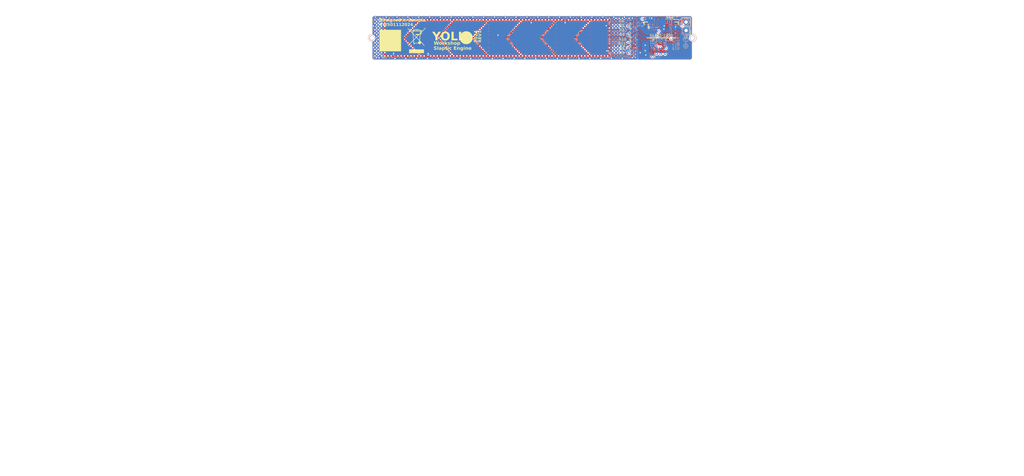
<source format=kicad_pcb>
(kicad_pcb (version 20240108) (generator "pcbnew") (generator_version "8.0")
  (title_block (title "Slaptic System") (date "2024-10-31") (rev "1") (company "Yolk Workshop"))
  (layers (0 "F.Cu" signal "TOP-SIG") (1 "In1.Cu" signal) (2 "In2.Cu" signal) (31 "B.Cu" signal "BOTTOM-SIG") (34 "B.Paste" user) (35 "F.Paste" user) (36 "B.SilkS" user "B.Silkscreen") (37 "F.SilkS" user "F.Silkscreen") (38 "B.Mask" user) (39 "F.Mask" user) (44 "Edge.Cuts" user))
  (net 0 "")
  (net 1 "GND")
  (net 2 "+3.3V")
  (net 3 "/OUT_ILIM+")
  (net 4 "/H_PWM")
  (net 5 "/REFOUT")
  (net 6 "/I2C0_SDA")
  (net 7 "/HAPTIC_EN")
  (net 8 "/HAPTIC_PWM")
  (net 9 "/I2C0_SCL")
  (net 10 "/TOUCH_INT")
  (net 11 "/CS5")
  (net 12 "/CS0")
  (net 13 "/CS1")
  (net 14 "/CS2")
  (net 15 "/CS3")
  (net 16 "/CS4")
  (net 17 "/H_EN")
  (net 18 "/OUT+")
  (net 19 "SHIELD")
  (net 20 "/OUT-")
  (net 21 "/IT_1")
  (net 22 "/IT_2")
  (footprint "picostroke:512811298" (layer "F.Cu") (at 195.915512 83.761302)
    (property "Reference" "J1")
    (property "Value" "51281-1298")
  )
  (footprint "Resistor_SMD:R_0402_1005Metric" (layer "F.Cu") (at 188.569045 87.123452 180)
    (property "Reference" "R11")
    (property "Value" "100k")
  )
  (footprint "Resistor_SMD:R_0402_1005Metric" (layer "F.Cu") (at 199.705512 80.986302)
    (property "Reference" "R14")
    (property "Value" "10k")
  )
  (footprint "Resistor_SMD:R_0402_1005Metric" (layer "F.Cu") (at 188.569045 83.939168 180)
    (property "Reference" "R8")
    (property "Value" "50k")
  )
  (footprint "MountingHole:MountingHole_2.1mm" (layer "F.Cu") (at 203.315493 85.726312)
    (property "Reference" "H2" (hide yes))
    (property "Value" "MountingHole")
  )
  (footprint "Resistor_SMD:R_0402_1005Metric" (layer "F.Cu") (at 188.569045 85.000596 180)
    (property "Reference" "R9")
    (property "Value" "50k")
  )
  (footprint "Resistor_SMD:R_0402_1005Metric" (layer "F.Cu") (at 188.569045 82.87774 180)
    (property "Reference" "R7")
    (property "Value" "50k")
  )
  (footprint "MountingHole:MountingHole_2.1mm" (layer "F.Cu") (at 127.309046 85.72101)
    (property "Reference" "H2" (hide yes))
    (property "Value" "MountingHole")
  )
  (footprint "Resistor_SMD:R_0402_1005Metric" (layer "F.Cu") (at 188.569045 89.246312 180)
    (property "Reference" "R5")
    (property "Value" "5k")
  )
  (footprint "Resistor_SMD:R_0402_1005Metric" (layer "F.Cu") (at 188.569045 88.18488)
    (property "Reference" "R4")
    (property "Value" "5k")
  )
  (footprint "Symbol:WEEE-Logo_4.2x6mm_SilkScreen" (layer "F.Cu") (at 137.895512 86.286302)
    (property "Reference" "REF**" (hide yes))
    (property "Value" "WEEE-Logo_4.2x6mm_SilkScreen")
  )
  (footprint "Resistor_SMD:R_0402_1005Metric" (layer "F.Cu") (at 188.569045 86.062024 180)
    (property "Reference" "R10")
    (property "Value" "50k")
  )
  (footprint "Resistor_SMD:R_0402_1005Metric" (layer "F.Cu") (at 188.569045 81.816312 180)
    (property "Reference" "R6")
    (property "Value" "100k")
  )
  (footprint "Connector_PinHeader_2.00mm:PinHeader_1x02_P2.00mm_Vertical" (layer "F.Cu") (at 201.825512 83.936302 180)
    (property "Reference" "J2")
    (property "Value" "OUT")
  )
  (footprint "picostroke:SON50P300X300X90-11N-D" (layer "B.Cu") (at 192.155512 87.811302 180)
    (property "Reference" "U1")
    (property "Value" "CAP1296-1-AIA-TR" (hide yes))
  )
  (footprint "Capacitor_SMD:C_0402_1005Metric" (layer "B.Cu") (at 193.455512 82.511302 90)
    (property "Reference" "C3")
    (property "Value" "100n")
  )
  (footprint "Capacitor_SMD:C_0402_1005Metric" (layer "B.Cu") (at 198.830512 82.616302 -90)
    (property "Reference" "C5")
    (property "Value" "10n")
  )
  (footprint "Resistor_SMD:R_0402_1005Metric" (layer "B.Cu") (at 194.805512 88.611302 -90)
    (property "Reference" "R2")
    (property "Value" "4k7")
  )
  (footprint "Resistor_SMD:R_0402_1005Metric" (layer "B.Cu") (at 199.305512 84.061302)
    (property "Reference" "R17")
    (property "Value" "50k")
  )
  (footprint "Resistor_SMD:R_0402_1005Metric" (layer "B.Cu") (at 199.830512 82.636302 -90)
    (property "Reference" "R16")
    (property "Value" "47k")
  )
  (footprint "Resistor_SMD:R_0402_1005Metric" (layer "B.Cu") (at 196.830512 88.611302 -90)
    (property "Reference" "R1")
    (property "Value" "4k7")
  )
  (footprint "Resistor_SMD:R_0402_1005Metric" (layer "B.Cu") (at 199.330512 85.061302 180)
    (property "Reference" "R18")
    (property "Value" "0R")
  )
  (footprint "Resistor_SMD:R_0402_1005Metric" (layer "B.Cu") (at 195.455512 85.086302)
    (property "Reference" "R15")
    (property "Value" "50k")
  )
  (footprint "Capacitor_SMD:C_0402_1005Metric" (layer "B.Cu") (at 197.380512 85.061302)
    (property "Reference" "C4")
    (property "Value" "10n")
  )
  (footprint "picostroke:SON65P300X300X100-9N-D" (layer "B.Cu") (at 196.155512 82.561302 180)
    (property "Reference" "U2")
    (property "Value" "DRV8601DRBR" (hide yes))
  )
  (footprint "Resistor_SMD:R_0402_1005Metric" (layer "B.Cu") (at 195.805512 88.611302 -90)
    (property "Reference" "R3")
    (property "Value" "4k7")
  )
  (footprint "Capacitor_SMD:C_0402_1005Metric" (layer "B.Cu") (at 193.355512 89.761302 180)
    (property "Reference" "C1")
    (property "Value" "100n")
  )
  (footprint "picostroke:Capacitive_slider_8x70" (layer "B.Cu") (at 143.079046 92.078951 180)
    (property "Reference" "X1")
    (property "Value" "~")
  )
  (footprint "Capacitor_SMD:C_0402_1005Metric" (layer "B.Cu") (at 192.480513 82.511302 90)
    (property "Reference" "C2")
    (property "Value" "4u7")
  )
  (gr_arc (start 200.845512 81.526302) (mid 200.991954 81.172738) (end 201.345512 81.026302) (stroke (width 0.1)) (layer "B.SilkS"))
  (gr_line (start 202.345512 85.006302) (end 201.345512 85.006302) (stroke (width 0.1)) (layer "B.SilkS"))
  (gr_line (start 201.345512 81.026302) (end 202.345512 81.026302) (stroke (width 0.1)) (layer "B.SilkS"))
  (gr_line (start 129.785493 89.616312) (end 129.785493 90.516312) (stroke (width 0.1)) (layer "B.SilkS"))
  (gr_line (start 183.965493 90.246312) (end 183.015493 90.246312) (stroke (width 0.1)) (layer "B.SilkS"))
  (gr_line (start 200.845512 84.506302) (end 200.845512 81.526302) (stroke (width 0.1)) (layer "B.SilkS"))
  (gr_arc (start 203.325493 84.816258) (mid 204.245547 85.736312) (end 203.325493 86.656366) (stroke (width 0.1)) (layer "B.SilkS"))
  (gr_line (start 202.160512 87.631302) (end 201.330512 87.631302) (stroke (width 0.1)) (layer "B.SilkS"))
  (gr_line (start 129.785493 90.516312) (end 130.675493 90.516312) (stroke (width 0.1)) (layer "B.SilkS"))
  (gr_circle (center 201.745512 87.631302) (end 202.125512 88.011302) (stroke (width 0.1)) (fill none) (layer "B.SilkS"))
  (gr_line (start 202.845512 81.526302) (end 202.845512 84.506302) (stroke (width 0.1)) (layer "B.SilkS"))
  (gr_arc (start 201.345512 85.006302) (mid 200.991959 84.859854) (end 200.845512 84.506302) (stroke (width 0.1)) (layer "B.SilkS"))
  (gr_line (start 201.760512 87.206302) (end 201.760512 88.056302) (stroke (width 0.1)) (layer "B.SilkS"))
  (gr_line (start 183.935493 81.136312) (end 183.935493 81.736312) (stroke (width 0.1)) (layer "B.SilkS"))
  (gr_arc (start 127.305493 86.486374) (mid 126.505431 85.686312) (end 127.305493 84.88625) (stroke (width 0.1)) (layer "B.SilkS"))
  (gr_line (start 183.965493 89.006312) (end 183.965493 90.246312) (stroke (width 0.1)) (layer "B.SilkS"))
  (gr_line (start 201.745512 86.993901) (end 201.745512 86.701302) (stroke (width 0.1)) (layer "B.SilkS"))
  (gr_line (start 129.995493 81.156312) (end 129.995493 81.726312) (stroke (width 0.1)) (layer "B.SilkS"))
  (gr_line (start 130.695493 81.156312) (end 129.995493 81.156312) (stroke (width 0.1)) (layer "B.SilkS"))
  (gr_circle (center 201.755512 85.991302) (end 202.176018 86.411808) (stroke (width 0.1)) (fill none) (layer "B.SilkS"))
  (gr_line (start 130.005493 90.216312) (end 130.575493 90.216312) (stroke (width 0.1)) (layer "B.SilkS"))
  (gr_line (start 183.045493 81.136312) (end 183.935493 81.136312) (stroke (width 0.1)) (layer "B.SilkS"))
  (gr_line (start 130.005493 89.706312) (end 130.005493 90.216312) (stroke (width 0.1)) (layer "B.SilkS"))
  (gr_line (start 201.755512 85.646302) (end 201.755512 86.336302) (stroke (width 0.1)) (layer "B.SilkS"))
  (gr_arc (start 202.345512 81.026302) (mid 202.699066 81.172747) (end 202.845512 81.526302) (stroke (width 0.1)) (layer "B.SilkS"))
  (gr_arc (start 202.845512 84.506302) (mid 202.699061 84.859845) (end 202.345512 85.006302) (stroke (width 0.1)) (layer "B.SilkS"))
  (gr_circle (center 149.675531 85.656292) (end 149.675532 87.096292) (stroke (width 0.2)) (fill solid) (layer "F.SilkS"))
  (gr_rect (start 129.175512 83.826302) (end 134.175512 88.826302) (stroke (width 0.1)) (fill solid) (layer "F.SilkS"))
  (gr_arc (start 127.309046 86.783059) (mid 126.283831 85.745223) (end 127.334046 84.732695) (stroke (width 0.05)) (layer "Edge.Cuts"))
  (gr_line (start 127.309046 86.783059) (end 127.309046 90.432724) (stroke (width 0.05)) (layer "Edge.Cuts"))
  (gr_line (start 202.809046 90.932759) (end 127.80909 90.932759) (stroke (width 0.05)) (layer "Edge.Cuts"))
  (gr_arc (start 202.80909 80.432759) (mid 203.161527 80.578166) (end 203.309046 80.929725) (stroke (width 0.05)) (layer "Edge.Cuts"))
  (gr_line (start 203.309046 86.776334) (end 203.309046 90.432724) (stroke (width 0.05)) (layer "Edge.Cuts"))
  (gr_arc (start 127.80909 90.932759) (mid 127.455512 90.786302) (end 127.309055 90.432724) (stroke (width 0.05)) (layer "Edge.Cuts"))
  (gr_arc (start 203.309046 90.432724) (mid 203.162597 90.786262) (end 202.809046 90.932759) (stroke (width 0.05)) (layer "Edge.Cuts"))
  (gr_line (start 202.80909 80.432759) (end 127.825202 80.432759) (stroke (width 0.05)) (layer "Edge.Cuts"))
  (gr_arc (start 127.334046 80.932724) (mid 127.477406 80.582325) (end 127.825202 80.432759) (stroke (width 0.05)) (layer "Edge.Cuts"))
  (gr_line (start 127.334046 80.932724) (end 127.334046 84.732695) (stroke (width 0.05)) (layer "Edge.Cuts"))
  (gr_line (start 203.309046 84.676313) (end 203.309046 80.929725) (stroke (width 0.05)) (layer "Edge.Cuts"))
  (gr_arc (start 203.309046 84.676313) (mid 204.359001 85.726324) (end 203.309046 86.776334) (stroke (width 0.05)) (layer "Edge.Cuts"))
  (gr_text "Slaptic Engine" (at 141.925531 88.666292 0) (layer "F.SilkS") (effects (font (size 0.8 0.8) (thickness 0.125) (bold yes)) (justify left bottom)))
  (gr_text "REV1" (at 153.345512 86.796302 90) (layer "F.SilkS") (effects (font (size 0.7 0.7) (thickness 0.14) (bold yes)) (justify left bottom)))
  (gr_text "Designed in Zambia" (at 129.045512 81.936303 0) (layer "F.SilkS") (effects (font (size 0.7 0.7) (thickness 0.14) (bold yes)) (justify left bottom)))
  (gr_text "YOLK" (at 141.605531 86.616292 0) (layer "F.SilkS") (effects (font (size 2 2) (thickness 0.2) (bold yes)) (justify left bottom)))
  (gr_text "Workshop" (at 141.985531 87.456292 0) (layer "F.SilkS") (effects (font (size 0.8 0.8) (thickness 0.125) (bold yes)) (justify left bottom)))
  (gr_text "YWS01112024" (at 129.115512 82.986302 0) (layer "F.SilkS") (effects (font (size 0.7 0.7) (thickness 0.14) (bold yes)) (justify left bottom)))
  (gr_text "2024" (at 152.43555 86.836282 90) (layer "F.SilkS") (effects (font (size 0.75 0.75) (thickness 0.125) (bold yes)) (justify left bottom)))
  (segment (start 196.630512 82.861302) (end 196.665513 82.826301) (width 0.35) (layer "F.Cu") (net 1))
  (segment (start 199.330512 83.111302) (end 198.768024 82.548814) (width 0.35) (layer "F.Cu") (net 1))
  (segment (start 193.665512 81.836302) (end 193.665512 81.046302) (width 0.35) (layer "F.Cu") (net 1))
  (segment (start 198.665512 82.301327) (end 198.665512 81.836302) (width 0.35) (layer "F.Cu") (net 1))
  (segment (start 196.665513 82.826301) (end 196.665513 81.836302) (width 0.35) (layer "F.Cu") (net 1))
  (segment (start 193.665512 81.046302) (end 193.655512 81.036302) (width 0.35) (layer "F.Cu") (net 1))
  (via (at 192.280512 89.761302) (size 0.5834) (drill 0.3) (layers "F.Cu" "B.Cu") (net 1))
  (via (at 191.705512 82.086302) (size 0.5) (drill 0.3) (layers "F.Cu" "B.Cu") (net 1))
  (via (at 196.555512 83.611302) (size 0.5) (drill 0.3) (layers "F.Cu" "B.Cu") (net 1))
  (via (at 192.130512 88.736302) (size 0.5834) (drill 0.3) (layers "F.Cu" "B.Cu") (net 1))
  (via (at 199.330512 83.111302) (size 0.5) (drill 0.3) (layers "F.Cu" "B.Cu") (net 1))
  (via (at 190.955512 89.211302) (size 0.5834) (drill 0.3) (layers "F.Cu" "B.Cu") (net 1))
  (via (at 196.630512 82.861302) (size 0.5) (drill 0.3) (layers "F.Cu" "B.Cu") (net 1))
  (via (at 192.130512 87.436302) (size 0.5834) (drill 0.3) (layers "F.Cu" "B.Cu") (net 1))
  (via (at 193.655512 81.036302) (size 0.5834) (drill 0.3) (layers "F.Cu" "B.Cu") (net 1))
  (arc (start 198.665512 82.301327) (mid 198.692154 82.435266) (end 198.768024 82.548814) (width 0.35) (layer "F.Cu") (net 1))
  (segment (start 192.155512 87.811302) (end 192.155512 88.711302) (width 0.35) (layer "B.Cu") (net 1))
  (segment (start 193.455512 82.031302) (end 192.480513 82.031302) (width 0.35) (layer "B.Cu") (net 1))
  (segment (start 195.94767 82.35346) (end 196.155512 82.561302) (width 0.35) (layer "B.Cu") (net 1))
  (segment (start 193.455512 82.031302) (end 193.455512 82.111302) (width 0.35) (layer "B.Cu") (net 1))
  (segment (start 194.705512 82.236302) (end 195.664827 82.236302) (width 0.35) (layer "B.Cu") (net 1))
  (segment (start 192.155512 88.711302) (end 192.130512 88.736302) (width 0.35) (layer "B.Cu") (net 1))
  (segment (start 191.705512 82.086302) (end 191.760512 82.031302) (width 0.35) (layer "B.Cu") (net 1))
  (segment (start 190.705512 88.961302) (end 190.955512 89.211302) (width 0.35) (layer "B.Cu") (net 1))
  (segment (start 193.455512 82.111302) (end 193.555512 82.211302) (width 0.35) (layer "B.Cu") (net 1))
  (segment (start 198.830512 83.096302) (end 199.315512 83.096302) (width 0.35) (layer "B.Cu") (net 1))
  (segment (start 192.155512 87.811302) (end 192.155512 87.461302) (width 0.35) (layer "B.Cu") (net 1))
  (segment (start 191.760512 82.031302) (end 192.480513 82.031302) (width 0.35) (layer "B.Cu") (net 1))
  (segment (start 199.315512 83.096302) (end 199.330512 83.111302) (width 0.35) (layer "B.Cu") (net 1))
  (segment (start 192.875512 89.761302) (end 192.280512 89.761302) (width 0.35) (layer "B.Cu") (net 1))
  (segment (start 192.155512 87.461302) (end 192.130512 87.436302) (width 0.35) (layer "B.Cu") (net 1))
  (segment (start 190.705512 88.811302) (end 190.705512 88.961302) (width 0.35) (layer "B.Cu") (net 1))
  (arc (start 195.94767 82.35346) (mid 195.817901 82.266751) (end 195.664827 82.236302) (width 0.35) (layer "B.Cu") (net 1))
  (segment (start 193.062999 81.418789) (end 192.958024 81.313814) (width 0.35) (layer "F.Cu") (net 2))
  (segment (start 193.062999 82.903815) (end 192.980512 82.986302) (width 0.35) (layer "F.Cu") (net 2))
  (segment (start 192.710537 81.211302) (end 191.505512 81.211302) (width 0.35) (layer "F.Cu") (net 2))
  (segment (start 193.165512 81.836302) (end 193.165512 81.666277) (width 0.35) (layer "F.Cu") (net 2))
  (segment (start 193.165512 81.836302) (end 193.165512 82.656327) (width 0.35) (layer "F.Cu") (net 2))
  (via (at 191.505512 81.211302) (size 0.5) (drill 0.3) (layers "F.Cu" "B.Cu") (net 2))
  (via (at 196.855512 89.486302) (size 0.5834) (drill 0.3) (layers "F.Cu" "B.Cu") (net 2))
  (via (at 193.830512 90.136302) (size 0.5834) (drill 0.3) (layers "F.Cu" "B.Cu") (net 2))
  (via (at 194.805512 89.461302) (size 0.5834) (drill 0.3) (layers "F.Cu" "B.Cu") (net 2))
  (via (at 195.805512 89.536302) (size 0.5834) (drill 0.3) (layers "F.Cu" "B.Cu") (net 2))
  (via (at 192.980512 82.986302) (size 0.5) (drill 0.3) (layers "F.Cu" "B.Cu") (net 2))
  (arc (start 193.165512 81.666277) (mid 193.13887 81.532337) (end 193.062999 81.418789) (width 0.35) (layer "F.Cu") (net 2))
  (arc (start 193.062999 82.903815) (mid 193.13887 82.790267) (end 193.165512 82.656327) (width 0.35) (layer "F.Cu") (net 2))
  (arc (start 192.710537 81.211302) (mid 192.844476 81.237944) (end 192.958024 81.313814) (width 0.35) (layer "F.Cu") (net 2))
  (segment (start 193.72267 89.64846) (end 193.835512 89.761302) (width 0.35) (layer "B.Cu") (net 2))
  (segment (start 196.830512 89.461302) (end 196.855512 89.486302) (width 0.35) (layer "B.Cu") (net 2))
  (segment (start 193.605512 88.811302) (end 193.605512 89.365617) (width 0.35) (layer "B.Cu") (net 2))
  (segment (start 194.805512 89.461302) (end 194.805512 89.121301) (width 0.35) (layer "B.Cu") (net 2))
  (segment (start 194.705512 82.886302) (end 193.560512 82.886302) (width 0.35) (layer "B.Cu") (net 2))
  (segment (start 193.835512 90.131302) (end 193.830512 90.136302) (width 0.35) (layer "B.Cu") (net 2))
  (segment (start 193.560512 82.886302) (end 193.455512 82.991302) (width 0.35) (layer "B.Cu") (net 2))
  (segment (start 195.805512 89.121301) (end 195.805512 89.536302) (width 0.35) (layer "B.Cu") (net 2))
  (segment (start 196.830512 89.121301) (end 196.830512 89.461302) (width 0.35) (layer "B.Cu") (net 2))
  (segment (start 193.835512 89.761302) (end 193.835512 90.131302) (width 0.35) (layer "B.Cu") (net 2))
  (arc (start 193.605512 89.365617) (mid 193.63596 89.518691) (end 193.72267 89.64846) (width 0.35) (layer "B.Cu") (net 2))
  (segment (start 201.81767 83.944144) (end 201.825512 83.936302) (width 0.35) (layer "B.Cu") (net 3))
  (segment (start 199.815511 84.061302) (end 201.534827 84.061302) (width 0.35) (layer "B.Cu") (net 3))
  (segment (start 197.488354 86.444144) (end 197.017669 85.973459) (width 0.35) (layer "B.Cu") (net 3))
  (segment (start 199.840511 85.061302) (end 199.840511 85.810618) (width 0.35) (layer "B.Cu") (net 3))
  (segment (start 199.723353 86.093461) (end 199.372669 86.444145) (width 0.35) (layer "B.Cu") (net 3))
  (segment (start 196.900512 85.690617) (end 196.900512 85.061302) (width 0.35) (layer "B.Cu") (net 3))
  (segment (start 201.825512 83.936302) (end 201.825512 84.516302) (width 0.35) (layer "B.Cu") (net 3))
  (segment (start 199.785512 85.006303) (end 199.840511 85.061302) (width 0.35) (layer "B.Cu") (net 3))
  (segment (start 199.785512 84.061302) (end 199.785512 85.006303) (width 0.35) (layer "B.Cu") (net 3))
  (segment (start 199.089827 86.561302) (end 197.771197 86.561302) (width 0.35) (layer "B.Cu") (net 3))
  (arc (start 199.089827 86.561302) (mid 199.2429 86.530854) (end 199.372669 86.444145) (width 0.35) (layer "B.Cu") (net 3))
  (arc (start 201.534827 84.061302) (mid 201.687901 84.030854) (end 201.81767 83.944144) (width 0.35) (layer "B.Cu") (net 3))
  (arc (start 197.771197 86.561302) (mid 197.618123 86.530854) (end 197.488354 86.444144) (width 0.35) (layer "B.Cu") (net 3))
  (arc (start 196.900512 85.690617) (mid 196.93096 85.84369) (end 197.017669 85.973459) (width 0.35) (layer "B.Cu") (net 3))
  (arc (start 199.840511 85.810618) (mid 199.810063 85.963692) (end 199.723353 86.093461) (width 0.35) (layer "B.Cu") (net 3))
  (segment (start 197.605512 83.536302) (end 198.104828 83.536302) (width 0.165) (layer "B.Cu") (net 4))
  (segment (start 198.795513 84.071301) (end 197.860512 85.006302) (width 0.165) (layer "B.Cu") (net 4))
  (segment (start 197.144827 84.511302) (end 196.706196 84.511302) (width 0.165) (layer "B.Cu") (net 4))
  (segment (start 197.860512 85.006302) (end 197.860512 85.061302) (width 0.165) (layer "B.Cu") (net 4))
  (segment (start 196.423353 84.62846) (end 195.965511 85.086302) (width 0.165) (layer "B.Cu") (net 4))
  (segment (start 197.860512 85.061302) (end 197.427669 84.628459) (width 0.165) (layer "B.Cu") (net 4))
  (segment (start 198.795513 84.061302) (end 198.795513 84.071301) (width 0.165) (layer "B.Cu") (net 4))
  (segment (start 198.387671 83.65346) (end 198.795513 84.061302) (width 0.165) (layer "B.Cu") (net 4))
  (arc (start 198.104828 83.536302) (mid 198.257902 83.56675) (end 198.387671 83.65346) (width 0.165) (layer "B.Cu") (net 4))
  (arc (start 197.144827 84.511302) (mid 197.2979 84.54175) (end 197.427669 84.628459) (width 0.165) (layer "B.Cu") (net 4))
  (arc (start 196.706196 84.511302) (mid 196.553122 84.54175) (end 196.423353 84.62846) (width 0.165) (layer "B.Cu") (net 4))
  (segment (start 198.840511 82.126303) (end 198.830512 82.136302) (width 0.165) (layer "B.Cu") (net 5))
  (segment (start 198.830512 82.136302) (end 197.705512 82.136302) (width 0.165) (layer "B.Cu") (net 5))
  (segment (start 197.605512 82.236302) (end 197.605512 82.886302) (width 0.165) (layer "B.Cu") (net 5))
  (segment (start 199.830512 82.126303) (end 198.840511 82.126303) (width 0.165) (layer "B.Cu") (net 5))
  (segment (start 197.705512 82.136302) (end 197.605512 82.236302) (width 0.165) (layer "B.Cu") (net 5))
  (segment (start 194.155512 84.132748) (end 194.155512 86.871864) (width 0.2) (layer "F.Cu") (net 6))
  (segment (start 194.258025 87.119352) (end 194.94891 87.810237) (width 0.2) (layer "F.Cu") (net 6))
  (segment (start 195.165511 81.836302) (end 195.165511 82.832799) (width 0.2) (layer "F.Cu") (net 6))
  (segment (start 195.062998 83.080287) (end 194.258024 83.885261) (width 0.2) (layer "F.Cu") (net 6))
  (via (at 194.94891 87.810237) (size 0.5) (drill 0.3) (layers "F.Cu" "B.Cu") (net 6))
  (arc (start 195.062998 83.080287) (mid 195.138869 82.966739) (end 195.165511 82.832799) (width 0.2) (layer "F.Cu") (net 6))
  (arc (start 194.155512 84.132748) (mid 194.182154 83.998809) (end 194.258024 83.885261) (width 0.2) (layer "F.Cu") (net 6))
  (arc (start 194.258025 87.119352) (mid 194.182154 87.005804) (end 194.155512 86.871864) (width 0.2) (layer "F.Cu") (net 6))
  (segment (start 194.632669 87.92846) (end 194.805512 88.101303) (width 0.2) (layer "B.Cu") (net 6))
  (segment (start 194.805512 88.101303) (end 194.805512 87.953635) (width 0.2) (layer "B.Cu") (net 6))
  (segment (start 193.605512 87.811302) (end 194.349826 87.811302) (width 0.2) (layer "B.Cu") (net 6))
  (segment (start 194.805512 87.953635) (end 194.94891 87.810237) (width 0.2) (layer "B.Cu") (net 6))
  (arc (start 194.632669 87.92846) (mid 194.5029 87.841751) (end 194.349826 87.811302) (width 0.2) (layer "B.Cu") (net 6))
  (segment (start 197.165512 81.371277) (end 197.165512 81.836302) (width 0.2) (layer "F.Cu") (net 7))
  (segment (start 199.170513 80.961302) (end 197.575487 80.961302) (width 0.2) (layer "F.Cu") (net 7))
  (segment (start 197.327999 81.063815) (end 197.268024 81.12379) (width 0.2) (layer "F.Cu") (net 7))
  (segment (start 199.195513 80.986302) (end 199.170513 80.961302) (width 0.2) (layer "F.Cu") (net 7))
  (arc (start 197.268024 81.12379) (mid 197.192154 81.237338) (end 197.165512 81.371277) (width 0.2) (layer "F.Cu") (net 7))
  (arc (start 197.575487 80.961302) (mid 197.441547 80.987944) (end 197.327999 81.063815) (width 0.2) (layer "F.Cu") (net 7))
  (segment (start 195.827999 84.838815) (end 195.608024 85.05879) (width 0.2) (layer "F.Cu") (net 8))
  (segment (start 195.930512 82.857748) (end 195.930512 84.591327) (width 0.2) (layer "F.Cu") (net 8))
  (segment (start 196.062999 82.580286) (end 196.033024 82.610261) (width 0.2) (layer "F.Cu") (net 8))
  (segment (start 196.165512 81.836302) (end 196.165512 82.332798) (width 0.2) (layer "F.Cu") (net 8))
  (segment (start 195.360537 85.161302) (end 194.980512 85.161302) (width 0.2) (layer "F.Cu") (net 8))
  (via (at 194.980512 85.161302) (size 0.5) (drill 0.3) (layers "F.Cu" "B.Cu") (net 8))
  (arc (start 195.360537 85.161302) (mid 195.494476 85.13466) (end 195.608024 85.05879) (width 0.2) (layer "F.Cu") (net 8))
  (arc (start 195.930512 84.591327) (mid 195.90387 84.725267) (end 195.827999 84.838815) (width 0.2) (layer "F.Cu") (net 8))
  (arc (start 196.165512 82.332798) (mid 196.13887 82.466738) (end 196.062999 82.580286) (width 0.2) (layer "F.Cu") (net 8))
  (arc (start 195.930512 82.857748) (mid 195.957154 82.723809) (end 196.033024 82.610261) (width 0.2) (layer "F.Cu") (net 8))
  (segment (start 194.165513 81.836302) (end 194.165513 82.856326) (width 0.2) (layer "F.Cu") (net 9))
  (segment (start 194.424422 88.410237) (end 195.111602 88.410237) (width 0.2) (layer "F.Cu") (net 9))
  (segment (start 193.683025 87.813815) (end 194.176935 88.307725) (width 0.2) (layer "F.Cu") (net 9))
  (segment (start 193.580512 83.731277) (end 193.580512 87.566327) (width 0.2) (layer "F.Cu") (net 9))
  (segment (start 194.063 83.103814) (end 193.683024 83.48379) (width 0.2) (layer "F.Cu") (net 9))
  (segment (start 195.35909 88.307724) (end 195.730512 87.936302) (width 0.2) (layer "F.Cu") (net 9))
  (via (at 195.730512 87.936302) (size 0.5) (drill 0.3) (layers "F.Cu" "B.Cu") (net 9))
  (arc (start 193.580512 87.566327) (mid 193.607154 87.700267) (end 193.683025 87.813815) (width 0.2) (layer "F.Cu") (net 9))
  (arc (start 194.165513 82.856326) (mid 194.138871 82.990266) (end 194.063 83.103814) (width 0.2) (layer "F.Cu") (net 9))
  (arc (start 194.176935 88.307725) (mid 194.290483 88.383595) (end 194.424422 88.410237) (width 0.2) (layer "F.Cu") (net 9))
  (arc (start 195.35909 88.307724) (mid 195.245542 88.383595) (end 195.111602 88.410237) (width 0.2) (layer "F.Cu") (net 9))
  (arc (start 193.580512 83.731277) (mid 193.607154 83.597338) (end 193.683024 83.48379) (width 0.2) (layer "F.Cu") (net 9))
  (segment (start 195.42567 88.481145) (end 195.805512 88.101303) (width 0.2) (layer "B.Cu") (net 9))
  (segment (start 194.632509 88.598303) (end 195.142827 88.598303) (width 0.2) (layer "B.Cu") (net 9))
  (segment (start 193.605512 88.311302) (end 194.014138 88.311302) (width 0.2) (layer "B.Cu") (net 9))
  (segment (start 194.296981 88.42846) (end 194.349667 88.481146) (width 0.2) (layer "B.Cu") (net 9))
  (arc (start 194.014138 88.311302) (mid 194.167212 88.34175) (end 194.296981 88.42846) (width 0.2) (layer "B.Cu") (net 9))
  (arc (start 195.42567 88.481145) (mid 195.295901 88.567854) (end 195.142827 88.598303) (width 0.2) (layer "B.Cu") (net 9))
  (arc (start 194.349667 88.481146) (mid 194.479436 88.567855) (end 194.632509 88.598303) (width 0.2) (layer "B.Cu") (net 9))
  (segment (start 197.005512 88.111302) (end 197.005512 85.906277) (width 0.2) (layer "F.Cu") (net 10))
  (segment (start 198.165512 84.456327) (end 198.165512 81.836302) (width 0.2) (layer "F.Cu") (net 10))
  (segment (start 197.108025 85.658789) (end 198.063 84.703814) (width 0.2) (layer "F.Cu") (net 10))
  (segment (start 196.980512 88.136302) (end 197.005512 88.111302) (width 0.2) (layer "F.Cu") (net 10))
  (via (at 196.980512 88.136302) (size 0.5) (drill 0.3) (layers "F.Cu" "B.Cu") (net 10))
  (arc (start 197.108025 85.658789) (mid 197.032154 85.772337) (end 197.005512 85.906277) (width 0.2) (layer "F.Cu") (net 10))
  (arc (start 198.063 84.703814) (mid 198.13887 84.590266) (end 198.165512 84.456327) (width 0.2) (layer "F.Cu") (net 10))
  (segment (start 193.605512 87.311302) (end 194.364827 87.311302) (width 0.2) (layer "B.Cu") (net 10))
  (segment (start 196.945513 88.101303) (end 196.830512 88.101303) (width 0.2) (layer "B.Cu") (net 10))
  (segment (start 196.980512 88.136302) (end 196.945513 88.101303) (width 0.2) (layer "B.Cu") (net 10))
  (segment (start 196.32267 87.12846) (end 196.713355 87.519145) (width 0.2) (layer "B.Cu") (net 10))
  (segment (start 196.830512 87.801987) (end 196.830512 88.101303) (width 0.2) (layer "B.Cu") (net 10))
  (segment (start 194.996197 87.011302) (end 196.039827 87.011302) (width 0.2) (layer "B.Cu") (net 10))
  (segment (start 194.64767 87.194144) (end 194.713355 87.128459) (width 0.2) (layer "B.Cu") (net 10))
  (arc (start 196.713355 87.519145) (mid 196.800064 87.648914) (end 196.830512 87.801987) (width 0.2) (layer "B.Cu") (net 10))
  (arc (start 194.364827 87.311302) (mid 194.517901 87.280854) (end 194.64767 87.194144) (width 0.2) (layer "B.Cu") (net 10))
  (arc (start 196.32267 87.12846) (mid 196.192901 87.041751) (end 196.039827 87.011302) (width 0.2) (layer "B.Cu") (net 10))
  (arc (start 194.713355 87.128459) (mid 194.843124 87.04175) (end 194.996197 87.011302) (width 0.2) (layer "B.Cu") (net 10))
  (segment (start 189.079044 88.032759) (end 189.079044 88.057076) (width 0.1509) (layer "F.Cu") (net 11))
  (segment (start 188.115493 89.186312) (end 188.115493 89.266312) (width 0.1509) (layer "F.Cu") (net 11))
  (segment (start 188.961886 88.339919) (end 188.115493 89.186312) (width 0.1509) (layer "F.Cu") (net 11))
  (segment (start 188.055494 89.236312) (end 188.055494 89.056309) (width 0.1509) (layer "F.Cu") (net 11))
  (segment (start 188.095493 89.246312) (end 188.059046 89.246312) (width 0.1509) (layer "F.Cu") (net 11))
  (segment (start 188.045494 89.246312) (end 188.055494 89.236312) (width 0.1509) (layer "F.Cu") (net 11))
  (segment (start 188.115493 89.266312) (end 188.095493 89.246312) (width 0.1509) (layer "F.Cu") (net 11))
  (via (at 188.115493 89.266312) (size 0.5) (drill 0.3) (layers "F.Cu" "B.Cu") (net 11))
  (arc (start 189.079044 88.057076) (mid 189.048596 88.21015) (end 188.961886 88.339919) (width 0.1509) (layer "F.Cu") (net 11))
  (segment (start 189.236188 88.311302) (end 190.705512 88.311302) (width 0.1509) (layer "B.Cu") (net 11))
  (segment (start 188.115493 89.266312) (end 188.953346 88.428459) (width 0.1509) (layer "B.Cu") (net 11))
  (arc (start 188.953346 88.428459) (mid 189.083115 88.34175) (end 189.236188 88.311302) (width 0.1509) (layer "B.Cu") (net 11))
  (segment (start 184.193812 89.874631) (end 183.095493 88.776312) (width 0.1509) (layer "F.Cu") (net 12))
  (segment (start 189.079044 89.246312) (end 188.450724 89.874632) (width 0.1509) (layer "F.Cu") (net 12))
  (segment (start 183.095493 88.776312) (end 183.055493 88.776312) (width 0.1509) (layer "F.Cu") (net 12))
  (segment (start 188.995492 89.176312) (end 189.065492 89.246312) (width 0.1509) (layer "F.Cu") (net 12))
  (segment (start 188.934035 89.176312) (end 188.995492 89.176312) (width 0.1509) (layer "F.Cu") (net 12))
  (segment (start 182.905493 82.796312) (end 183.768336 81.933469) (width 0.1509) (layer "F.Cu") (net 12))
  (segment (start 188.167882 89.991789) (end 184.476655 89.991789) (width 0.1509) (layer "F.Cu") (net 12))
  (segment (start 184.051178 81.816312) (end 188.059046 81.816312) (width 0.1509) (layer "F.Cu") (net 12))
  (via (at 182.905493 82.796312) (size 0.5) (drill 0.3) (layers "F.Cu" "B.Cu") (net 12))
  (via (at 183.055493 88.776312) (size 0.5) (drill 0.3) (layers "F.Cu" "B.Cu") (net 12))
  (arc (start 184.051178 81.816312) (mid 183.898105 81.84676) (end 183.768336 81.933469) (width 0.1509) (layer "F.Cu") (net 12))
  (arc (start 188.450724 89.874632) (mid 188.320955 89.961341) (end 188.167882 89.991789) (width 0.1509) (layer "F.Cu") (net 12))
  (arc (start 184.193812 89.874631) (mid 184.323581 89.96134) (end 184.476655 89.991789) (width 0.1509) (layer "F.Cu") (net 12))
  (segment (start 188.059046 82.83631) (end 189.079044 81.816312) (width 0.1509) (layer "F.Cu") (net 13))
  (segment (start 188.059046 82.87774) (end 188.059046 83.032759) (width 0.1509) (layer "F.Cu") (net 13))
  (segment (start 188.059046 82.87774) (end 188.059046 82.83631) (width 0.1509) (layer "F.Cu") (net 13))
  (via (at 188.059046 82.87774) (size 0.5) (drill 0.3) (layers "F.Cu" "B.Cu") (net 13))
  (via (at 173.135493 82.096312) (size 0.5) (drill 0.3) (layers "F.Cu" "B.Cu") (net 13))
  (segment (start 193.17267 85.87846) (end 193.488355 86.194145) (width 0.1509) (layer "B.Cu") (net 13))
  (segment (start 188.059046 82.87774) (end 188.059046 82.914836) (width 0.1509) (layer "B.Cu") (net 13))
  (segment (start 193.605512 86.476987) (end 193.605512 86.811302) (width 0.1509) (layer "B.Cu") (net 13))
  (segment (start 188.059046 82.914836) (end 190.788355 85.644145) (width 0.1509) (layer "B.Cu") (net 13))
  (segment (start 191.071197 85.761302) (end 192.889827 85.761302) (width 0.1509) (layer "B.Cu") (net 13))
  (arc (start 190.788355 85.644145) (mid 190.918124 85.730854) (end 191.071197 85.761302) (width 0.1509) (layer "B.Cu") (net 13))
  (arc (start 192.889827 85.761302) (mid 193.042901 85.79175) (end 193.17267 85.87846) (width 0.1509) (layer "B.Cu") (net 13))
  (arc (start 193.605512 86.476987) (mid 193.575064 86.323914) (end 193.488355 86.194145) (width 0.1509) (layer "B.Cu") (net 13))
  (segment (start 157.219046 85.032759) (end 188.059046 85.032759) (width 0.165) (layer "F.Cu") (net 14))
  (segment (start 188.075493 84.966312) (end 188.075493 85.016312) (width 0.1509) (layer "F.Cu") (net 14))
  (segment (start 189.079044 83.939168) (end 189.079044 84.012761) (width 0.165) (layer "F.Cu") (net 14))
  (segment (start 188.075493 85.016312) (end 188.059046 85.032759) (width 0.1509) (layer "F.Cu") (net 14))
  (segment (start 189.079044 84.012761) (end 188.059046 85.032759) (width 0.165) (layer "F.Cu") (net 14))
  (segment (start 157.215493 85.036312) (end 157.219046 85.032759) (width 0.165) (layer "F.Cu") (net 14))
  (via (at 157.215493 85.036312) (size 0.5) (drill 0.3) (layers "F.Cu" "B.Cu") (net 14))
  (via (at 188.075493 84.966312) (size 0.5) (drill 0.3) (layers "F.Cu" "B.Cu") (net 14))
  (segment (start 190.071197 86.811302) (end 190.705512 86.811302) (width 0.1509) (layer "B.Cu") (net 14))
  (segment (start 188.075493 84.966312) (end 188.075493 84.981283) (width 0.1509) (layer "B.Cu") (net 14))
  (segment (start 188.085503 84.956302) (end 188.075493 84.966312) (width 0.165) (layer "B.Cu") (net 14))
  (segment (start 159.166012 81.975793) (end 159.179046 81.962759) (width 0.165) (layer "B.Cu") (net 14))
  (segment (start 188.075493 84.981283) (end 189.788355 86.694145) (width 0.1509) (layer "B.Cu") (net 14))
  (arc (start 189.788355 86.694145) (mid 189.918124 86.780854) (end 190.071197 86.811302) (width 0.1509) (layer "B.Cu") (net 14))
  (segment (start 187.979046 87.032759) (end 143.144021 87.032759) (width 0.165) (layer "F.Cu") (net 15))
  (segment (start 142.896534 87.135271) (end 140.625493 89.406312) (width 0.165) (layer "F.Cu") (net 15))
  (segment (start 188.055493 86.956312) (end 187.979046 87.032759) (width 0.165) (layer "F.Cu") (net 15))
  (segment (start 189.079044 86.102761) (end 189.079044 86.062024) (width 0.165) (layer "F.Cu") (net 15))
  (segment (start 188.055493 86.956312) (end 188.055493 87.009208) (width 0.1509) (layer "F.Cu") (net 15))
  (segment (start 188.059046 87.123452) (end 188.059046 87.122759) (width 0.165) (layer "F.Cu") (net 15))
  (segment (start 188.059046 87.122759) (end 189.079044 86.102761) (width 0.165) (layer "F.Cu") (net 15))
  (segment (start 188.055493 87.009208) (end 188.079044 87.032759) (width 0.1509) (layer "F.Cu") (net 15))
  (via (at 140.625493 89.406312) (size 0.5) (drill 0.3) (layers "F.Cu" "B.Cu") (net 15))
  (via (at 188.055493 86.956312) (size 0.5) (drill 0.3) (layers "F.Cu" "B.Cu") (net 15))
  (arc (start 143.144021 87.032759) (mid 143.010082 87.059401) (end 142.896534 87.135271) (width 0.165) (layer "F.Cu") (net 15))
  (segment (start 189.076168 87.811302) (end 190.705512 87.811302) (width 0.1509) (layer "B.Cu") (net 15))
  (segment (start 142.955409 81.996396) (end 142.969046 81.982759) (width 0.165) (layer "B.Cu") (net 15))
  (segment (start 188.055493 86.956312) (end 188.793326 87.694145) (width 0.1509) (layer "B.Cu") (net 15))
  (segment (start 142.955409 87.722287) (end 142.899046 87.77865) (width 0.165) (layer "B.Cu") (net 15))
  (arc (start 188.793326 87.694145) (mid 188.923095 87.780854) (end 189.076168 87.811302) (width 0.1509) (layer "B.Cu") (net 15))
  (segment (start 188.105493 88.106312) (end 189.079044 87.132761) (width 0.165) (layer "F.Cu") (net 16))
  (segment (start 188.015493 88.106312) (end 188.105493 88.106312) (width 0.165) (layer "F.Cu") (net 16))
  (segment (start 189.079044 87.132761) (end 189.079044 87.123452) (width 0.165) (layer "F.Cu") (net 16))
  (segment (start 189.079044 87.032759) (end 189.059046 87.032759) (width 0.1509) (layer "F.Cu") (net 16))
  (via (at 132.445493 89.346312) (size 0.5) (drill 0.3) (layers "F.Cu" "B.Cu") (net 16))
  (via (at 188.015493 88.106312) (size 0.5) (drill 0.3) (layers "F.Cu" "B.Cu") (net 16))
  (segment (start 134.825019 83.722324) (end 134.829046 83.718297) (width 0.165) (layer "B.Cu") (net 16))
  (segment (start 134.825019 87.722287) (end 134.809046 87.73826) (width 0.165) (layer "B.Cu") (net 16))
  (segment (start 200.905512 82.811302) (end 200.318023 82.223813) (width 0.165) (layer "F.Cu") (net 17))
  (segment (start 200.215511 81.976326) (end 200.215511 80.986302) (width 0.165) (layer "F.Cu") (net 17))
  (segment (start 200.265511 81.011302) (end 200.380512 81.126303) (width 0.2) (layer "F.Cu") (net 17))
  (via (at 200.905512 82.811302) (size 0.5) (drill 0.3) (layers "F.Cu" "B.Cu") (net 17))
  (arc (start 200.215511 81.976326) (mid 200.242153 82.110265) (end 200.318023 82.223813) (width 0.165) (layer "F.Cu") (net 17))
  (segment (start 200.905512 82.55605) (end 200.905512 82.811302) (width 0.165) (layer "B.Cu") (net 17))
  (segment (start 197.605512 81.586302) (end 199.935764 81.586302) (width 0.165) (layer "B.Cu") (net 17))
  (segment (start 200.218607 81.70346) (end 200.788355 82.273208) (width 0.165) (layer "B.Cu") (net 17))
  (arc (start 199.935764 81.586302) (mid 200.088838 81.61675) (end 200.218607 81.70346) (width 0.165) (layer "B.Cu") (net 17))
  (arc (start 200.905512 82.55605) (mid 200.875064 82.402977) (end 200.788355 82.273208) (width 0.165) (layer "B.Cu") (net 17))
  (via (at 195.255512 84.111302) (size 0.5) (drill 0.3) (layers "F.Cu" "B.Cu") (net 18))
  (via (at 198.305512 85.886302) (size 0.5) (drill 0.3) (layers "F.Cu" "B.Cu") (net 18))
  (segment (start 195.255512 84.111302) (end 194.880512 84.111302) (width 0.35) (layer "B.Cu") (net 18))
  (segment (start 198.305512 85.886302) (end 198.555512 85.886302) (width 0.35) (layer "B.Cu") (net 18))
  (segment (start 198.555512 85.886302) (end 198.820513 85.621301) (width 0.35) (layer "B.Cu") (net 18))
  (segment (start 194.680512 83.561302) (end 194.705512 83.536302) (width 0.35) (layer "B.Cu") (net 18))
  (segment (start 198.820513 85.621301) (end 198.820513 85.061302) (width 0.35) (layer "B.Cu") (net 18))
  (segment (start 194.880512 84.111302) (end 194.705512 83.936302) (width 0.35) (layer "B.Cu") (net 18))
  (segment (start 194.705512 83.936302) (end 194.705512 83.536302) (width 0.35) (layer "B.Cu") (net 18))
  (via (at 184.632279 80.772759) (size 0.5) (drill 0.3) (layers "F.Cu" "B.Cu") (net 19))
  (via (at 171.287142 90.55034) (size 0.5) (drill 0.3) (layers "F.Cu" "B.Cu") (net 19))
  (via (at 171.790384 80.772759) (size 0.5) (drill 0.3) (layers "F.Cu" "B.Cu") (net 19))
  (via (at 153.811731 80.772759) (size 0.5) (drill 0.3) (layers "F.Cu" "B.Cu") (net 19))
  (via (at 155.87687 90.556441) (size 0.5) (drill 0.3) (layers "F.Cu" "B.Cu") (net 19))
  (via (at 173.855521 90.549323) (size 0.5) (drill 0.3) (layers "F.Cu" "B.Cu") (net 19))
  (via (at 181.560658 90.546273) (size 0.5) (drill 0.3) (layers "F.Cu" "B.Cu") (net 19))
  (via (at 129.034046 90.407759) (size 0.5) (drill 0.3) (layers "F.Cu" "B.Cu") (net 19))
  (via (at 174.358763 80.772759) (size 0.5) (drill 0.3) (layers "F.Cu" "B.Cu") (net 19))
  (via (at 158.948489 80.772759) (size 0.5) (drill 0.3) (layers "F.Cu" "B.Cu") (net 19))
  (via (at 146.106594 80.772759) (size 0.5) (drill 0.3) (layers "F.Cu" "B.Cu") (net 19))
  (via (at 138.401457 80.772759) (size 0.5) (drill 0.3) (layers "F.Cu" "B.Cu") (net 19))
  (via (at 178.992279 90.54729) (size 0.5) (drill 0.3) (layers "F.Cu" "B.Cu") (net 19))
  (via (at 163.582006 90.553391) (size 0.5) (drill 0.3) (layers "F.Cu" "B.Cu") (net 19))
  (via (at 148.674973 80.772759) (size 0.5) (drill 0.3) (layers "F.Cu" "B.Cu") (net 19))
  (via (at 137.898218 90.563559) (size 0.5) (drill 0.3) (layers "F.Cu" "B.Cu") (net 19))
  (via (at 168.718764 90.551357) (size 0.5) (drill 0.3) (layers "F.Cu" "B.Cu") (net 19))
  (via (at 143.538215 80.772759) (size 0.5) (drill 0.3) (layers "F.Cu" "B.Cu") (net 19))
  (via (at 130.69632 80.772759) (size 0.5) (drill 0.3) (layers "F.Cu" "B.Cu") (net 19))
  (via (at 132.76146 90.565593) (size 0.5) (drill 0.3) (layers "F.Cu" "B.Cu") (net 19))
  (via (at 164.085247 80.772759) (size 0.5) (drill 0.3) (layers "F.Cu" "B.Cu") (net 19))
  (via (at 135.833078 80.772759) (size 0.5) (drill 0.3) (layers "F.Cu" "B.Cu") (net 19))
  (via (at 184.129036 90.545256) (size 0.5) (drill 0.3) (layers "F.Cu" "B.Cu") (net 19))
  (via (at 127.640391 82.856097) (size 0.5) (drill 0.3) (layers "F.Cu" "B.Cu") (net 19))
  (via (at 166.150385 90.552374) (size 0.5) (drill 0.3) (layers "F.Cu" "B.Cu") (net 19))
  (via (at 158.445248 90.555424) (size 0.5) (drill 0.3) (layers "F.Cu" "B.Cu") (net 19))
  (via (at 161.013627 90.554408) (size 0.5) (drill 0.3) (layers "F.Cu" "B.Cu") (net 19))
  (via (at 176.4239 90.548306) (size 0.5) (drill 0.3) (layers "F.Cu" "B.Cu") (net 19))
  (via (at 169.222005 80.772759) (size 0.5) (drill 0.3) (layers "F.Cu" "B.Cu") (net 19))
  (via (at 127.634201 87.992851) (size 0.5) (drill 0.3) (layers "F.Cu" "B.Cu") (net 19))
  (via (at 187.200658 80.772759) (size 0.5) (drill 0.3) (layers "F.Cu" "B.Cu") (net 19))
  (via (at 179.495521 80.772759) (size 0.5) (drill 0.3) (layers "F.Cu" "B.Cu") (net 19))
  (via (at 176.927142 80.772759) (size 0.5) (drill 0.3) (layers "F.Cu" "B.Cu") (net 19))
  (via (at 140.466597 90.562542) (size 0.5) (drill 0.3) (layers "F.Cu" "B.Cu") (net 19))
  (via (at 133.264699 80.772759) (size 0.5) (drill 0.3) (layers "F.Cu" "B.Cu") (net 19))
  (via (at 151.243352 80.772759) (size 0.5) (drill 0.3) (layers "F.Cu" "B.Cu") (net 19))
  (via (at 128.127941 80.772759) (size 0.5) (drill 0.3) (layers "F.Cu" "B.Cu") (net 19))
  (via (at 161.516868 80.772759) (size 0.5) (drill 0.3) (layers "F.Cu" "B.Cu") (net 19))
  (via (at 135.329839 90.564576) (size 0.5) (drill 0.3) (layers "F.Cu" "B.Cu") (net 19))
  (via (at 145.603354 90.560509) (size 0.5) (drill 0.3) (layers "F.Cu" "B.Cu") (net 19))
  (via (at 156.38011 80.772759) (size 0.5) (drill 0.3) (layers "F.Cu" "B.Cu") (net 19))
  (via (at 148.171733 90.559492) (size 0.5) (drill 0.3) (layers "F.Cu" "B.Cu") (net 19))
  (via (at 143.034976 90.561525) (size 0.5) (drill 0.3) (layers "F.Cu" "B.Cu") (net 19))
  (via (at 150.740112 90.558475) (size 0.5) (drill 0.3) (layers "F.Cu" "B.Cu") (net 19))
  (via (at 182.0639 80.772759) (size 0.5) (drill 0.3) (layers "F.Cu" "B.Cu") (net 19))
  (via (at 186.697415 90.544239) (size 0.5) (drill 0.3) (layers "F.Cu" "B.Cu") (net 19))
  (via (at 153.308491 90.557458) (size 0.5) (drill 0.3) (layers "F.Cu" "B.Cu") (net 19))
  (via (at 166.653626 80.772759) (size 0.5) (drill 0.3) (layers "F.Cu" "B.Cu") (net 19))
  (via (at 140.969836 80.772759) (size 0.5) (drill 0.3) (layers "F.Cu" "B.Cu") (net 19))
  (segment (start 194.705512 81.586302) (end 195.138355 81.153459) (width 0.35) (layer "B.Cu") (net 20))
  (segment (start 195.421197 81.036302) (end 200.759828 81.036302) (width 0.35) (layer "B.Cu") (net 20))
  (segment (start 201.042671 81.15346) (end 201.825512 81.936301) (width 0.35) (layer "B.Cu") (net 20))
  (arc (start 195.421197 81.036302) (mid 195.268124 81.06675) (end 195.138355 81.153459) (width 0.35) (layer "B.Cu") (net 20))
  (arc (start 200.759828 81.036302) (mid 200.912902 81.06675) (end 201.042671 81.15346) (width 0.35) (layer "B.Cu") (net 20))
  (segment (start 188.059046 83.939168) (end 188.059046 83.897738) (width 0.165) (layer "F.Cu") (net 21))
  (segment (start 165.105493 82.096312) (end 166.939428 83.930247) (width 0.165) (layer "F.Cu") (net 21))
  (segment (start 188.059046 84.032759) (end 188.079044 84.032759) (width 0.1509) (layer "F.Cu") (net 21))
  (segment (start 188.059046 83.897738) (end 189.079044 82.87774) (width 0.165) (layer "F.Cu") (net 21))
  (segment (start 167.186915 84.032759) (end 188.059046 84.032759) (width 0.165) (layer "F.Cu") (net 21))
  (via (at 165.105493 82.096312) (size 0.5) (drill 0.3) (layers "F.Cu" "B.Cu") (net 21))
  (arc (start 167.186915 84.032759) (mid 167.052976 84.006117) (end 166.939428 83.930247) (width 0.165) (layer "F.Cu") (net 21))
  (segment (start 167.262144 83.708988) (end 167.269046 83.702086) (width 0.165) (layer "B.Cu") (net 21))
  (segment (start 189.079044 85.000596) (end 189.079044 85.042026) (width 0.165) (layer "F.Cu") (net 22))
  (segment (start 148.585493 86.036312) (end 188.055493 86.036312) (width 0.165) (layer "F.Cu") (net 22))
  (segment (start 188.055493 86.036312) (end 188.059046 86.032759) (width 0.165) (layer "F.Cu") (net 22))
  (segment (start 148.575493 86.026312) (end 148.585493 86.036312) (width 0.165) (layer "F.Cu") (net 22))
  (segment (start 189.079044 85.032759) (end 189.059046 85.032759) (width 0.1509) (layer "F.Cu") (net 22))
  (segment (start 189.079044 85.042026) (end 188.059046 86.062024) (width 0.165) (layer "F.Cu") (net 22))
  (via (at 148.575493 86.026312) (size 0.5) (drill 0.3) (layers "F.Cu" "B.Cu") (net 22))
  (zone (net 1) (net_name "GND") (layer "F.Cu") (priority 1) (connect_pads yes (clearance 0.1)) (min_thickness 0.1) (fill yes (thermal_gap 0.5) (thermal_bridge_width 0.5) (smoothing fillet) (radius 0.35))
    (polygon (pts (xy 190.209046 80.432759) (xy 203.334046 80.432759) (xy 203.31129 90.907759) (xy 190.233934 90.907759)))
  )
  (zone (net 19) (net_name "SHIELD") (layers "F.Cu" "In2.Cu" "B.Cu") (connect_pads yes (clearance 0.1)) (min_thickness 0.1) (fill yes (mode hatch) (thermal_gap 0.5) (thermal_bridge_width 0.5) (smoothing fillet) (radius 0.3) (hatch_thickness 0.2) (hatch_gap 0.35) (hatch_orientation 45) (hatch_smoothing_level 2) (hatch_smoothing_value 0.1) (hatch_border_algorithm hatch_thickness) (hatch_min_hole_area 0.3))
    (polygon (pts (xy 190.184046 80.432759) (xy 127.30331 80.432759) (xy 127.290688 90.907759) (xy 190.184046 90.882859)))
  )
  (zone (net 0) (net_name "") (layer "B.Cu") (connect_pads yes (clearance 0)) (min_thickness 0.1)
    (keepout (tracks allowed) (vias allowed) (pads allowed) (copperpour not_allowed) (footprints allowed))
    (fill (mode hatch) (thermal_gap 0.5) (thermal_bridge_width 0.5) (hatch_thickness 0.15) (hatch_gap 0.15) (hatch_orientation 45) (hatch_border_algorithm hatch_thickness) (hatch_min_hole_area 0.3))
    (polygon (pts (xy 183.909046 90.222759) (xy 183.909046 81.201312) (xy 130.060493 81.201312) (xy 130.060493 90.222759)))
  )
  (zone (net 19) (net_name "SHIELD") (layer "B.Cu") (priority 5) (connect_pads yes (clearance 0.1)) (min_thickness 0.1) (fill yes (mode hatch) (thermal_gap 0.5) (thermal_bridge_width 0.5) (smoothing fillet) (radius 0.45) (hatch_thickness 0.2) (hatch_gap 0.35) (hatch_orientation 45) (hatch_smoothing_level 2) (hatch_smoothing_value 0) (hatch_border_algorithm hatch_thickness) (hatch_min_hole_area 0.3))
    (polygon (pts (xy 191.290512 86.596302) (xy 193.005512 86.596302) (xy 193.030512 86.621302) (xy 193.030512 87.111302) (xy 194.555512 87.111302) (xy 194.555512 86.186431) (xy 194.200512 86.184898) (xy 194.200512 85.161302) (xy 192.055512 85.161302) (xy 189.966142 83.086302) (xy 189.969276 81.50759) (xy 187.554551 81.502263) (xy 186.720512 82.336302) (xy 186.720512 90.879635) (xy 190.180512 90.884892) (xy 190.180512 88.586302) (xy 191.290512 88.586302)))
  )
  (zone (net 1) (net_name "GND") (layer "B.Cu") (priority 1) (connect_pads yes (clearance 0.1)) (min_thickness 0.1) (fill yes (thermal_gap 0.5) (thermal_bridge_width 0.5))
    (polygon (pts (xy 190.109046 90.882889) (xy 204.435512 90.882889) (xy 204.435512 80.566302) (xy 204.295512 80.426302) (xy 190.115503 80.426302) (xy 190.109046 80.432759)))
  )
)
</source>
